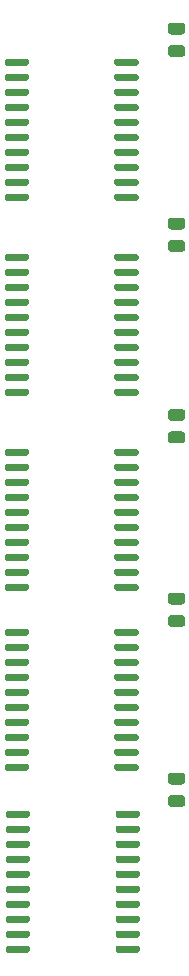
<source format=gbr>
%TF.GenerationSoftware,KiCad,Pcbnew,(5.1.9)-1*%
%TF.CreationDate,2021-03-22T20:32:08-05:00*%
%TF.ProjectId,Buffer board,42756666-6572-4206-926f-6172642e6b69,rev?*%
%TF.SameCoordinates,Original*%
%TF.FileFunction,Paste,Top*%
%TF.FilePolarity,Positive*%
%FSLAX46Y46*%
G04 Gerber Fmt 4.6, Leading zero omitted, Abs format (unit mm)*
G04 Created by KiCad (PCBNEW (5.1.9)-1) date 2021-03-22 20:32:08*
%MOMM*%
%LPD*%
G01*
G04 APERTURE LIST*
G04 APERTURE END LIST*
%TO.C,IC5*%
G36*
G01*
X119296600Y-140637400D02*
X119296600Y-140337400D01*
G75*
G02*
X119446600Y-140187400I150000J0D01*
G01*
X121196600Y-140187400D01*
G75*
G02*
X121346600Y-140337400I0J-150000D01*
G01*
X121346600Y-140637400D01*
G75*
G02*
X121196600Y-140787400I-150000J0D01*
G01*
X119446600Y-140787400D01*
G75*
G02*
X119296600Y-140637400I0J150000D01*
G01*
G37*
G36*
G01*
X119296600Y-141907400D02*
X119296600Y-141607400D01*
G75*
G02*
X119446600Y-141457400I150000J0D01*
G01*
X121196600Y-141457400D01*
G75*
G02*
X121346600Y-141607400I0J-150000D01*
G01*
X121346600Y-141907400D01*
G75*
G02*
X121196600Y-142057400I-150000J0D01*
G01*
X119446600Y-142057400D01*
G75*
G02*
X119296600Y-141907400I0J150000D01*
G01*
G37*
G36*
G01*
X119296600Y-143177400D02*
X119296600Y-142877400D01*
G75*
G02*
X119446600Y-142727400I150000J0D01*
G01*
X121196600Y-142727400D01*
G75*
G02*
X121346600Y-142877400I0J-150000D01*
G01*
X121346600Y-143177400D01*
G75*
G02*
X121196600Y-143327400I-150000J0D01*
G01*
X119446600Y-143327400D01*
G75*
G02*
X119296600Y-143177400I0J150000D01*
G01*
G37*
G36*
G01*
X119296600Y-144447400D02*
X119296600Y-144147400D01*
G75*
G02*
X119446600Y-143997400I150000J0D01*
G01*
X121196600Y-143997400D01*
G75*
G02*
X121346600Y-144147400I0J-150000D01*
G01*
X121346600Y-144447400D01*
G75*
G02*
X121196600Y-144597400I-150000J0D01*
G01*
X119446600Y-144597400D01*
G75*
G02*
X119296600Y-144447400I0J150000D01*
G01*
G37*
G36*
G01*
X119296600Y-145717400D02*
X119296600Y-145417400D01*
G75*
G02*
X119446600Y-145267400I150000J0D01*
G01*
X121196600Y-145267400D01*
G75*
G02*
X121346600Y-145417400I0J-150000D01*
G01*
X121346600Y-145717400D01*
G75*
G02*
X121196600Y-145867400I-150000J0D01*
G01*
X119446600Y-145867400D01*
G75*
G02*
X119296600Y-145717400I0J150000D01*
G01*
G37*
G36*
G01*
X119296600Y-146987400D02*
X119296600Y-146687400D01*
G75*
G02*
X119446600Y-146537400I150000J0D01*
G01*
X121196600Y-146537400D01*
G75*
G02*
X121346600Y-146687400I0J-150000D01*
G01*
X121346600Y-146987400D01*
G75*
G02*
X121196600Y-147137400I-150000J0D01*
G01*
X119446600Y-147137400D01*
G75*
G02*
X119296600Y-146987400I0J150000D01*
G01*
G37*
G36*
G01*
X119296600Y-148257400D02*
X119296600Y-147957400D01*
G75*
G02*
X119446600Y-147807400I150000J0D01*
G01*
X121196600Y-147807400D01*
G75*
G02*
X121346600Y-147957400I0J-150000D01*
G01*
X121346600Y-148257400D01*
G75*
G02*
X121196600Y-148407400I-150000J0D01*
G01*
X119446600Y-148407400D01*
G75*
G02*
X119296600Y-148257400I0J150000D01*
G01*
G37*
G36*
G01*
X119296600Y-149527400D02*
X119296600Y-149227400D01*
G75*
G02*
X119446600Y-149077400I150000J0D01*
G01*
X121196600Y-149077400D01*
G75*
G02*
X121346600Y-149227400I0J-150000D01*
G01*
X121346600Y-149527400D01*
G75*
G02*
X121196600Y-149677400I-150000J0D01*
G01*
X119446600Y-149677400D01*
G75*
G02*
X119296600Y-149527400I0J150000D01*
G01*
G37*
G36*
G01*
X119296600Y-150797400D02*
X119296600Y-150497400D01*
G75*
G02*
X119446600Y-150347400I150000J0D01*
G01*
X121196600Y-150347400D01*
G75*
G02*
X121346600Y-150497400I0J-150000D01*
G01*
X121346600Y-150797400D01*
G75*
G02*
X121196600Y-150947400I-150000J0D01*
G01*
X119446600Y-150947400D01*
G75*
G02*
X119296600Y-150797400I0J150000D01*
G01*
G37*
G36*
G01*
X119296600Y-152067400D02*
X119296600Y-151767400D01*
G75*
G02*
X119446600Y-151617400I150000J0D01*
G01*
X121196600Y-151617400D01*
G75*
G02*
X121346600Y-151767400I0J-150000D01*
G01*
X121346600Y-152067400D01*
G75*
G02*
X121196600Y-152217400I-150000J0D01*
G01*
X119446600Y-152217400D01*
G75*
G02*
X119296600Y-152067400I0J150000D01*
G01*
G37*
G36*
G01*
X109996600Y-152067400D02*
X109996600Y-151767400D01*
G75*
G02*
X110146600Y-151617400I150000J0D01*
G01*
X111896600Y-151617400D01*
G75*
G02*
X112046600Y-151767400I0J-150000D01*
G01*
X112046600Y-152067400D01*
G75*
G02*
X111896600Y-152217400I-150000J0D01*
G01*
X110146600Y-152217400D01*
G75*
G02*
X109996600Y-152067400I0J150000D01*
G01*
G37*
G36*
G01*
X109996600Y-150797400D02*
X109996600Y-150497400D01*
G75*
G02*
X110146600Y-150347400I150000J0D01*
G01*
X111896600Y-150347400D01*
G75*
G02*
X112046600Y-150497400I0J-150000D01*
G01*
X112046600Y-150797400D01*
G75*
G02*
X111896600Y-150947400I-150000J0D01*
G01*
X110146600Y-150947400D01*
G75*
G02*
X109996600Y-150797400I0J150000D01*
G01*
G37*
G36*
G01*
X109996600Y-149527400D02*
X109996600Y-149227400D01*
G75*
G02*
X110146600Y-149077400I150000J0D01*
G01*
X111896600Y-149077400D01*
G75*
G02*
X112046600Y-149227400I0J-150000D01*
G01*
X112046600Y-149527400D01*
G75*
G02*
X111896600Y-149677400I-150000J0D01*
G01*
X110146600Y-149677400D01*
G75*
G02*
X109996600Y-149527400I0J150000D01*
G01*
G37*
G36*
G01*
X109996600Y-148257400D02*
X109996600Y-147957400D01*
G75*
G02*
X110146600Y-147807400I150000J0D01*
G01*
X111896600Y-147807400D01*
G75*
G02*
X112046600Y-147957400I0J-150000D01*
G01*
X112046600Y-148257400D01*
G75*
G02*
X111896600Y-148407400I-150000J0D01*
G01*
X110146600Y-148407400D01*
G75*
G02*
X109996600Y-148257400I0J150000D01*
G01*
G37*
G36*
G01*
X109996600Y-146987400D02*
X109996600Y-146687400D01*
G75*
G02*
X110146600Y-146537400I150000J0D01*
G01*
X111896600Y-146537400D01*
G75*
G02*
X112046600Y-146687400I0J-150000D01*
G01*
X112046600Y-146987400D01*
G75*
G02*
X111896600Y-147137400I-150000J0D01*
G01*
X110146600Y-147137400D01*
G75*
G02*
X109996600Y-146987400I0J150000D01*
G01*
G37*
G36*
G01*
X109996600Y-145717400D02*
X109996600Y-145417400D01*
G75*
G02*
X110146600Y-145267400I150000J0D01*
G01*
X111896600Y-145267400D01*
G75*
G02*
X112046600Y-145417400I0J-150000D01*
G01*
X112046600Y-145717400D01*
G75*
G02*
X111896600Y-145867400I-150000J0D01*
G01*
X110146600Y-145867400D01*
G75*
G02*
X109996600Y-145717400I0J150000D01*
G01*
G37*
G36*
G01*
X109996600Y-144447400D02*
X109996600Y-144147400D01*
G75*
G02*
X110146600Y-143997400I150000J0D01*
G01*
X111896600Y-143997400D01*
G75*
G02*
X112046600Y-144147400I0J-150000D01*
G01*
X112046600Y-144447400D01*
G75*
G02*
X111896600Y-144597400I-150000J0D01*
G01*
X110146600Y-144597400D01*
G75*
G02*
X109996600Y-144447400I0J150000D01*
G01*
G37*
G36*
G01*
X109996600Y-143177400D02*
X109996600Y-142877400D01*
G75*
G02*
X110146600Y-142727400I150000J0D01*
G01*
X111896600Y-142727400D01*
G75*
G02*
X112046600Y-142877400I0J-150000D01*
G01*
X112046600Y-143177400D01*
G75*
G02*
X111896600Y-143327400I-150000J0D01*
G01*
X110146600Y-143327400D01*
G75*
G02*
X109996600Y-143177400I0J150000D01*
G01*
G37*
G36*
G01*
X109996600Y-141907400D02*
X109996600Y-141607400D01*
G75*
G02*
X110146600Y-141457400I150000J0D01*
G01*
X111896600Y-141457400D01*
G75*
G02*
X112046600Y-141607400I0J-150000D01*
G01*
X112046600Y-141907400D01*
G75*
G02*
X111896600Y-142057400I-150000J0D01*
G01*
X110146600Y-142057400D01*
G75*
G02*
X109996600Y-141907400I0J150000D01*
G01*
G37*
G36*
G01*
X109996600Y-140637400D02*
X109996600Y-140337400D01*
G75*
G02*
X110146600Y-140187400I150000J0D01*
G01*
X111896600Y-140187400D01*
G75*
G02*
X112046600Y-140337400I0J-150000D01*
G01*
X112046600Y-140637400D01*
G75*
G02*
X111896600Y-140787400I-150000J0D01*
G01*
X110146600Y-140787400D01*
G75*
G02*
X109996600Y-140637400I0J150000D01*
G01*
G37*
%TD*%
%TO.C,IC4*%
G36*
G01*
X119195000Y-125245000D02*
X119195000Y-124945000D01*
G75*
G02*
X119345000Y-124795000I150000J0D01*
G01*
X121095000Y-124795000D01*
G75*
G02*
X121245000Y-124945000I0J-150000D01*
G01*
X121245000Y-125245000D01*
G75*
G02*
X121095000Y-125395000I-150000J0D01*
G01*
X119345000Y-125395000D01*
G75*
G02*
X119195000Y-125245000I0J150000D01*
G01*
G37*
G36*
G01*
X119195000Y-126515000D02*
X119195000Y-126215000D01*
G75*
G02*
X119345000Y-126065000I150000J0D01*
G01*
X121095000Y-126065000D01*
G75*
G02*
X121245000Y-126215000I0J-150000D01*
G01*
X121245000Y-126515000D01*
G75*
G02*
X121095000Y-126665000I-150000J0D01*
G01*
X119345000Y-126665000D01*
G75*
G02*
X119195000Y-126515000I0J150000D01*
G01*
G37*
G36*
G01*
X119195000Y-127785000D02*
X119195000Y-127485000D01*
G75*
G02*
X119345000Y-127335000I150000J0D01*
G01*
X121095000Y-127335000D01*
G75*
G02*
X121245000Y-127485000I0J-150000D01*
G01*
X121245000Y-127785000D01*
G75*
G02*
X121095000Y-127935000I-150000J0D01*
G01*
X119345000Y-127935000D01*
G75*
G02*
X119195000Y-127785000I0J150000D01*
G01*
G37*
G36*
G01*
X119195000Y-129055000D02*
X119195000Y-128755000D01*
G75*
G02*
X119345000Y-128605000I150000J0D01*
G01*
X121095000Y-128605000D01*
G75*
G02*
X121245000Y-128755000I0J-150000D01*
G01*
X121245000Y-129055000D01*
G75*
G02*
X121095000Y-129205000I-150000J0D01*
G01*
X119345000Y-129205000D01*
G75*
G02*
X119195000Y-129055000I0J150000D01*
G01*
G37*
G36*
G01*
X119195000Y-130325000D02*
X119195000Y-130025000D01*
G75*
G02*
X119345000Y-129875000I150000J0D01*
G01*
X121095000Y-129875000D01*
G75*
G02*
X121245000Y-130025000I0J-150000D01*
G01*
X121245000Y-130325000D01*
G75*
G02*
X121095000Y-130475000I-150000J0D01*
G01*
X119345000Y-130475000D01*
G75*
G02*
X119195000Y-130325000I0J150000D01*
G01*
G37*
G36*
G01*
X119195000Y-131595000D02*
X119195000Y-131295000D01*
G75*
G02*
X119345000Y-131145000I150000J0D01*
G01*
X121095000Y-131145000D01*
G75*
G02*
X121245000Y-131295000I0J-150000D01*
G01*
X121245000Y-131595000D01*
G75*
G02*
X121095000Y-131745000I-150000J0D01*
G01*
X119345000Y-131745000D01*
G75*
G02*
X119195000Y-131595000I0J150000D01*
G01*
G37*
G36*
G01*
X119195000Y-132865000D02*
X119195000Y-132565000D01*
G75*
G02*
X119345000Y-132415000I150000J0D01*
G01*
X121095000Y-132415000D01*
G75*
G02*
X121245000Y-132565000I0J-150000D01*
G01*
X121245000Y-132865000D01*
G75*
G02*
X121095000Y-133015000I-150000J0D01*
G01*
X119345000Y-133015000D01*
G75*
G02*
X119195000Y-132865000I0J150000D01*
G01*
G37*
G36*
G01*
X119195000Y-134135000D02*
X119195000Y-133835000D01*
G75*
G02*
X119345000Y-133685000I150000J0D01*
G01*
X121095000Y-133685000D01*
G75*
G02*
X121245000Y-133835000I0J-150000D01*
G01*
X121245000Y-134135000D01*
G75*
G02*
X121095000Y-134285000I-150000J0D01*
G01*
X119345000Y-134285000D01*
G75*
G02*
X119195000Y-134135000I0J150000D01*
G01*
G37*
G36*
G01*
X119195000Y-135405000D02*
X119195000Y-135105000D01*
G75*
G02*
X119345000Y-134955000I150000J0D01*
G01*
X121095000Y-134955000D01*
G75*
G02*
X121245000Y-135105000I0J-150000D01*
G01*
X121245000Y-135405000D01*
G75*
G02*
X121095000Y-135555000I-150000J0D01*
G01*
X119345000Y-135555000D01*
G75*
G02*
X119195000Y-135405000I0J150000D01*
G01*
G37*
G36*
G01*
X119195000Y-136675000D02*
X119195000Y-136375000D01*
G75*
G02*
X119345000Y-136225000I150000J0D01*
G01*
X121095000Y-136225000D01*
G75*
G02*
X121245000Y-136375000I0J-150000D01*
G01*
X121245000Y-136675000D01*
G75*
G02*
X121095000Y-136825000I-150000J0D01*
G01*
X119345000Y-136825000D01*
G75*
G02*
X119195000Y-136675000I0J150000D01*
G01*
G37*
G36*
G01*
X109895000Y-136675000D02*
X109895000Y-136375000D01*
G75*
G02*
X110045000Y-136225000I150000J0D01*
G01*
X111795000Y-136225000D01*
G75*
G02*
X111945000Y-136375000I0J-150000D01*
G01*
X111945000Y-136675000D01*
G75*
G02*
X111795000Y-136825000I-150000J0D01*
G01*
X110045000Y-136825000D01*
G75*
G02*
X109895000Y-136675000I0J150000D01*
G01*
G37*
G36*
G01*
X109895000Y-135405000D02*
X109895000Y-135105000D01*
G75*
G02*
X110045000Y-134955000I150000J0D01*
G01*
X111795000Y-134955000D01*
G75*
G02*
X111945000Y-135105000I0J-150000D01*
G01*
X111945000Y-135405000D01*
G75*
G02*
X111795000Y-135555000I-150000J0D01*
G01*
X110045000Y-135555000D01*
G75*
G02*
X109895000Y-135405000I0J150000D01*
G01*
G37*
G36*
G01*
X109895000Y-134135000D02*
X109895000Y-133835000D01*
G75*
G02*
X110045000Y-133685000I150000J0D01*
G01*
X111795000Y-133685000D01*
G75*
G02*
X111945000Y-133835000I0J-150000D01*
G01*
X111945000Y-134135000D01*
G75*
G02*
X111795000Y-134285000I-150000J0D01*
G01*
X110045000Y-134285000D01*
G75*
G02*
X109895000Y-134135000I0J150000D01*
G01*
G37*
G36*
G01*
X109895000Y-132865000D02*
X109895000Y-132565000D01*
G75*
G02*
X110045000Y-132415000I150000J0D01*
G01*
X111795000Y-132415000D01*
G75*
G02*
X111945000Y-132565000I0J-150000D01*
G01*
X111945000Y-132865000D01*
G75*
G02*
X111795000Y-133015000I-150000J0D01*
G01*
X110045000Y-133015000D01*
G75*
G02*
X109895000Y-132865000I0J150000D01*
G01*
G37*
G36*
G01*
X109895000Y-131595000D02*
X109895000Y-131295000D01*
G75*
G02*
X110045000Y-131145000I150000J0D01*
G01*
X111795000Y-131145000D01*
G75*
G02*
X111945000Y-131295000I0J-150000D01*
G01*
X111945000Y-131595000D01*
G75*
G02*
X111795000Y-131745000I-150000J0D01*
G01*
X110045000Y-131745000D01*
G75*
G02*
X109895000Y-131595000I0J150000D01*
G01*
G37*
G36*
G01*
X109895000Y-130325000D02*
X109895000Y-130025000D01*
G75*
G02*
X110045000Y-129875000I150000J0D01*
G01*
X111795000Y-129875000D01*
G75*
G02*
X111945000Y-130025000I0J-150000D01*
G01*
X111945000Y-130325000D01*
G75*
G02*
X111795000Y-130475000I-150000J0D01*
G01*
X110045000Y-130475000D01*
G75*
G02*
X109895000Y-130325000I0J150000D01*
G01*
G37*
G36*
G01*
X109895000Y-129055000D02*
X109895000Y-128755000D01*
G75*
G02*
X110045000Y-128605000I150000J0D01*
G01*
X111795000Y-128605000D01*
G75*
G02*
X111945000Y-128755000I0J-150000D01*
G01*
X111945000Y-129055000D01*
G75*
G02*
X111795000Y-129205000I-150000J0D01*
G01*
X110045000Y-129205000D01*
G75*
G02*
X109895000Y-129055000I0J150000D01*
G01*
G37*
G36*
G01*
X109895000Y-127785000D02*
X109895000Y-127485000D01*
G75*
G02*
X110045000Y-127335000I150000J0D01*
G01*
X111795000Y-127335000D01*
G75*
G02*
X111945000Y-127485000I0J-150000D01*
G01*
X111945000Y-127785000D01*
G75*
G02*
X111795000Y-127935000I-150000J0D01*
G01*
X110045000Y-127935000D01*
G75*
G02*
X109895000Y-127785000I0J150000D01*
G01*
G37*
G36*
G01*
X109895000Y-126515000D02*
X109895000Y-126215000D01*
G75*
G02*
X110045000Y-126065000I150000J0D01*
G01*
X111795000Y-126065000D01*
G75*
G02*
X111945000Y-126215000I0J-150000D01*
G01*
X111945000Y-126515000D01*
G75*
G02*
X111795000Y-126665000I-150000J0D01*
G01*
X110045000Y-126665000D01*
G75*
G02*
X109895000Y-126515000I0J150000D01*
G01*
G37*
G36*
G01*
X109895000Y-125245000D02*
X109895000Y-124945000D01*
G75*
G02*
X110045000Y-124795000I150000J0D01*
G01*
X111795000Y-124795000D01*
G75*
G02*
X111945000Y-124945000I0J-150000D01*
G01*
X111945000Y-125245000D01*
G75*
G02*
X111795000Y-125395000I-150000J0D01*
G01*
X110045000Y-125395000D01*
G75*
G02*
X109895000Y-125245000I0J150000D01*
G01*
G37*
%TD*%
%TO.C,IC3*%
G36*
G01*
X119195000Y-110005000D02*
X119195000Y-109705000D01*
G75*
G02*
X119345000Y-109555000I150000J0D01*
G01*
X121095000Y-109555000D01*
G75*
G02*
X121245000Y-109705000I0J-150000D01*
G01*
X121245000Y-110005000D01*
G75*
G02*
X121095000Y-110155000I-150000J0D01*
G01*
X119345000Y-110155000D01*
G75*
G02*
X119195000Y-110005000I0J150000D01*
G01*
G37*
G36*
G01*
X119195000Y-111275000D02*
X119195000Y-110975000D01*
G75*
G02*
X119345000Y-110825000I150000J0D01*
G01*
X121095000Y-110825000D01*
G75*
G02*
X121245000Y-110975000I0J-150000D01*
G01*
X121245000Y-111275000D01*
G75*
G02*
X121095000Y-111425000I-150000J0D01*
G01*
X119345000Y-111425000D01*
G75*
G02*
X119195000Y-111275000I0J150000D01*
G01*
G37*
G36*
G01*
X119195000Y-112545000D02*
X119195000Y-112245000D01*
G75*
G02*
X119345000Y-112095000I150000J0D01*
G01*
X121095000Y-112095000D01*
G75*
G02*
X121245000Y-112245000I0J-150000D01*
G01*
X121245000Y-112545000D01*
G75*
G02*
X121095000Y-112695000I-150000J0D01*
G01*
X119345000Y-112695000D01*
G75*
G02*
X119195000Y-112545000I0J150000D01*
G01*
G37*
G36*
G01*
X119195000Y-113815000D02*
X119195000Y-113515000D01*
G75*
G02*
X119345000Y-113365000I150000J0D01*
G01*
X121095000Y-113365000D01*
G75*
G02*
X121245000Y-113515000I0J-150000D01*
G01*
X121245000Y-113815000D01*
G75*
G02*
X121095000Y-113965000I-150000J0D01*
G01*
X119345000Y-113965000D01*
G75*
G02*
X119195000Y-113815000I0J150000D01*
G01*
G37*
G36*
G01*
X119195000Y-115085000D02*
X119195000Y-114785000D01*
G75*
G02*
X119345000Y-114635000I150000J0D01*
G01*
X121095000Y-114635000D01*
G75*
G02*
X121245000Y-114785000I0J-150000D01*
G01*
X121245000Y-115085000D01*
G75*
G02*
X121095000Y-115235000I-150000J0D01*
G01*
X119345000Y-115235000D01*
G75*
G02*
X119195000Y-115085000I0J150000D01*
G01*
G37*
G36*
G01*
X119195000Y-116355000D02*
X119195000Y-116055000D01*
G75*
G02*
X119345000Y-115905000I150000J0D01*
G01*
X121095000Y-115905000D01*
G75*
G02*
X121245000Y-116055000I0J-150000D01*
G01*
X121245000Y-116355000D01*
G75*
G02*
X121095000Y-116505000I-150000J0D01*
G01*
X119345000Y-116505000D01*
G75*
G02*
X119195000Y-116355000I0J150000D01*
G01*
G37*
G36*
G01*
X119195000Y-117625000D02*
X119195000Y-117325000D01*
G75*
G02*
X119345000Y-117175000I150000J0D01*
G01*
X121095000Y-117175000D01*
G75*
G02*
X121245000Y-117325000I0J-150000D01*
G01*
X121245000Y-117625000D01*
G75*
G02*
X121095000Y-117775000I-150000J0D01*
G01*
X119345000Y-117775000D01*
G75*
G02*
X119195000Y-117625000I0J150000D01*
G01*
G37*
G36*
G01*
X119195000Y-118895000D02*
X119195000Y-118595000D01*
G75*
G02*
X119345000Y-118445000I150000J0D01*
G01*
X121095000Y-118445000D01*
G75*
G02*
X121245000Y-118595000I0J-150000D01*
G01*
X121245000Y-118895000D01*
G75*
G02*
X121095000Y-119045000I-150000J0D01*
G01*
X119345000Y-119045000D01*
G75*
G02*
X119195000Y-118895000I0J150000D01*
G01*
G37*
G36*
G01*
X119195000Y-120165000D02*
X119195000Y-119865000D01*
G75*
G02*
X119345000Y-119715000I150000J0D01*
G01*
X121095000Y-119715000D01*
G75*
G02*
X121245000Y-119865000I0J-150000D01*
G01*
X121245000Y-120165000D01*
G75*
G02*
X121095000Y-120315000I-150000J0D01*
G01*
X119345000Y-120315000D01*
G75*
G02*
X119195000Y-120165000I0J150000D01*
G01*
G37*
G36*
G01*
X119195000Y-121435000D02*
X119195000Y-121135000D01*
G75*
G02*
X119345000Y-120985000I150000J0D01*
G01*
X121095000Y-120985000D01*
G75*
G02*
X121245000Y-121135000I0J-150000D01*
G01*
X121245000Y-121435000D01*
G75*
G02*
X121095000Y-121585000I-150000J0D01*
G01*
X119345000Y-121585000D01*
G75*
G02*
X119195000Y-121435000I0J150000D01*
G01*
G37*
G36*
G01*
X109895000Y-121435000D02*
X109895000Y-121135000D01*
G75*
G02*
X110045000Y-120985000I150000J0D01*
G01*
X111795000Y-120985000D01*
G75*
G02*
X111945000Y-121135000I0J-150000D01*
G01*
X111945000Y-121435000D01*
G75*
G02*
X111795000Y-121585000I-150000J0D01*
G01*
X110045000Y-121585000D01*
G75*
G02*
X109895000Y-121435000I0J150000D01*
G01*
G37*
G36*
G01*
X109895000Y-120165000D02*
X109895000Y-119865000D01*
G75*
G02*
X110045000Y-119715000I150000J0D01*
G01*
X111795000Y-119715000D01*
G75*
G02*
X111945000Y-119865000I0J-150000D01*
G01*
X111945000Y-120165000D01*
G75*
G02*
X111795000Y-120315000I-150000J0D01*
G01*
X110045000Y-120315000D01*
G75*
G02*
X109895000Y-120165000I0J150000D01*
G01*
G37*
G36*
G01*
X109895000Y-118895000D02*
X109895000Y-118595000D01*
G75*
G02*
X110045000Y-118445000I150000J0D01*
G01*
X111795000Y-118445000D01*
G75*
G02*
X111945000Y-118595000I0J-150000D01*
G01*
X111945000Y-118895000D01*
G75*
G02*
X111795000Y-119045000I-150000J0D01*
G01*
X110045000Y-119045000D01*
G75*
G02*
X109895000Y-118895000I0J150000D01*
G01*
G37*
G36*
G01*
X109895000Y-117625000D02*
X109895000Y-117325000D01*
G75*
G02*
X110045000Y-117175000I150000J0D01*
G01*
X111795000Y-117175000D01*
G75*
G02*
X111945000Y-117325000I0J-150000D01*
G01*
X111945000Y-117625000D01*
G75*
G02*
X111795000Y-117775000I-150000J0D01*
G01*
X110045000Y-117775000D01*
G75*
G02*
X109895000Y-117625000I0J150000D01*
G01*
G37*
G36*
G01*
X109895000Y-116355000D02*
X109895000Y-116055000D01*
G75*
G02*
X110045000Y-115905000I150000J0D01*
G01*
X111795000Y-115905000D01*
G75*
G02*
X111945000Y-116055000I0J-150000D01*
G01*
X111945000Y-116355000D01*
G75*
G02*
X111795000Y-116505000I-150000J0D01*
G01*
X110045000Y-116505000D01*
G75*
G02*
X109895000Y-116355000I0J150000D01*
G01*
G37*
G36*
G01*
X109895000Y-115085000D02*
X109895000Y-114785000D01*
G75*
G02*
X110045000Y-114635000I150000J0D01*
G01*
X111795000Y-114635000D01*
G75*
G02*
X111945000Y-114785000I0J-150000D01*
G01*
X111945000Y-115085000D01*
G75*
G02*
X111795000Y-115235000I-150000J0D01*
G01*
X110045000Y-115235000D01*
G75*
G02*
X109895000Y-115085000I0J150000D01*
G01*
G37*
G36*
G01*
X109895000Y-113815000D02*
X109895000Y-113515000D01*
G75*
G02*
X110045000Y-113365000I150000J0D01*
G01*
X111795000Y-113365000D01*
G75*
G02*
X111945000Y-113515000I0J-150000D01*
G01*
X111945000Y-113815000D01*
G75*
G02*
X111795000Y-113965000I-150000J0D01*
G01*
X110045000Y-113965000D01*
G75*
G02*
X109895000Y-113815000I0J150000D01*
G01*
G37*
G36*
G01*
X109895000Y-112545000D02*
X109895000Y-112245000D01*
G75*
G02*
X110045000Y-112095000I150000J0D01*
G01*
X111795000Y-112095000D01*
G75*
G02*
X111945000Y-112245000I0J-150000D01*
G01*
X111945000Y-112545000D01*
G75*
G02*
X111795000Y-112695000I-150000J0D01*
G01*
X110045000Y-112695000D01*
G75*
G02*
X109895000Y-112545000I0J150000D01*
G01*
G37*
G36*
G01*
X109895000Y-111275000D02*
X109895000Y-110975000D01*
G75*
G02*
X110045000Y-110825000I150000J0D01*
G01*
X111795000Y-110825000D01*
G75*
G02*
X111945000Y-110975000I0J-150000D01*
G01*
X111945000Y-111275000D01*
G75*
G02*
X111795000Y-111425000I-150000J0D01*
G01*
X110045000Y-111425000D01*
G75*
G02*
X109895000Y-111275000I0J150000D01*
G01*
G37*
G36*
G01*
X109895000Y-110005000D02*
X109895000Y-109705000D01*
G75*
G02*
X110045000Y-109555000I150000J0D01*
G01*
X111795000Y-109555000D01*
G75*
G02*
X111945000Y-109705000I0J-150000D01*
G01*
X111945000Y-110005000D01*
G75*
G02*
X111795000Y-110155000I-150000J0D01*
G01*
X110045000Y-110155000D01*
G75*
G02*
X109895000Y-110005000I0J150000D01*
G01*
G37*
%TD*%
%TO.C,IC2*%
G36*
G01*
X119195000Y-93495000D02*
X119195000Y-93195000D01*
G75*
G02*
X119345000Y-93045000I150000J0D01*
G01*
X121095000Y-93045000D01*
G75*
G02*
X121245000Y-93195000I0J-150000D01*
G01*
X121245000Y-93495000D01*
G75*
G02*
X121095000Y-93645000I-150000J0D01*
G01*
X119345000Y-93645000D01*
G75*
G02*
X119195000Y-93495000I0J150000D01*
G01*
G37*
G36*
G01*
X119195000Y-94765000D02*
X119195000Y-94465000D01*
G75*
G02*
X119345000Y-94315000I150000J0D01*
G01*
X121095000Y-94315000D01*
G75*
G02*
X121245000Y-94465000I0J-150000D01*
G01*
X121245000Y-94765000D01*
G75*
G02*
X121095000Y-94915000I-150000J0D01*
G01*
X119345000Y-94915000D01*
G75*
G02*
X119195000Y-94765000I0J150000D01*
G01*
G37*
G36*
G01*
X119195000Y-96035000D02*
X119195000Y-95735000D01*
G75*
G02*
X119345000Y-95585000I150000J0D01*
G01*
X121095000Y-95585000D01*
G75*
G02*
X121245000Y-95735000I0J-150000D01*
G01*
X121245000Y-96035000D01*
G75*
G02*
X121095000Y-96185000I-150000J0D01*
G01*
X119345000Y-96185000D01*
G75*
G02*
X119195000Y-96035000I0J150000D01*
G01*
G37*
G36*
G01*
X119195000Y-97305000D02*
X119195000Y-97005000D01*
G75*
G02*
X119345000Y-96855000I150000J0D01*
G01*
X121095000Y-96855000D01*
G75*
G02*
X121245000Y-97005000I0J-150000D01*
G01*
X121245000Y-97305000D01*
G75*
G02*
X121095000Y-97455000I-150000J0D01*
G01*
X119345000Y-97455000D01*
G75*
G02*
X119195000Y-97305000I0J150000D01*
G01*
G37*
G36*
G01*
X119195000Y-98575000D02*
X119195000Y-98275000D01*
G75*
G02*
X119345000Y-98125000I150000J0D01*
G01*
X121095000Y-98125000D01*
G75*
G02*
X121245000Y-98275000I0J-150000D01*
G01*
X121245000Y-98575000D01*
G75*
G02*
X121095000Y-98725000I-150000J0D01*
G01*
X119345000Y-98725000D01*
G75*
G02*
X119195000Y-98575000I0J150000D01*
G01*
G37*
G36*
G01*
X119195000Y-99845000D02*
X119195000Y-99545000D01*
G75*
G02*
X119345000Y-99395000I150000J0D01*
G01*
X121095000Y-99395000D01*
G75*
G02*
X121245000Y-99545000I0J-150000D01*
G01*
X121245000Y-99845000D01*
G75*
G02*
X121095000Y-99995000I-150000J0D01*
G01*
X119345000Y-99995000D01*
G75*
G02*
X119195000Y-99845000I0J150000D01*
G01*
G37*
G36*
G01*
X119195000Y-101115000D02*
X119195000Y-100815000D01*
G75*
G02*
X119345000Y-100665000I150000J0D01*
G01*
X121095000Y-100665000D01*
G75*
G02*
X121245000Y-100815000I0J-150000D01*
G01*
X121245000Y-101115000D01*
G75*
G02*
X121095000Y-101265000I-150000J0D01*
G01*
X119345000Y-101265000D01*
G75*
G02*
X119195000Y-101115000I0J150000D01*
G01*
G37*
G36*
G01*
X119195000Y-102385000D02*
X119195000Y-102085000D01*
G75*
G02*
X119345000Y-101935000I150000J0D01*
G01*
X121095000Y-101935000D01*
G75*
G02*
X121245000Y-102085000I0J-150000D01*
G01*
X121245000Y-102385000D01*
G75*
G02*
X121095000Y-102535000I-150000J0D01*
G01*
X119345000Y-102535000D01*
G75*
G02*
X119195000Y-102385000I0J150000D01*
G01*
G37*
G36*
G01*
X119195000Y-103655000D02*
X119195000Y-103355000D01*
G75*
G02*
X119345000Y-103205000I150000J0D01*
G01*
X121095000Y-103205000D01*
G75*
G02*
X121245000Y-103355000I0J-150000D01*
G01*
X121245000Y-103655000D01*
G75*
G02*
X121095000Y-103805000I-150000J0D01*
G01*
X119345000Y-103805000D01*
G75*
G02*
X119195000Y-103655000I0J150000D01*
G01*
G37*
G36*
G01*
X119195000Y-104925000D02*
X119195000Y-104625000D01*
G75*
G02*
X119345000Y-104475000I150000J0D01*
G01*
X121095000Y-104475000D01*
G75*
G02*
X121245000Y-104625000I0J-150000D01*
G01*
X121245000Y-104925000D01*
G75*
G02*
X121095000Y-105075000I-150000J0D01*
G01*
X119345000Y-105075000D01*
G75*
G02*
X119195000Y-104925000I0J150000D01*
G01*
G37*
G36*
G01*
X109895000Y-104925000D02*
X109895000Y-104625000D01*
G75*
G02*
X110045000Y-104475000I150000J0D01*
G01*
X111795000Y-104475000D01*
G75*
G02*
X111945000Y-104625000I0J-150000D01*
G01*
X111945000Y-104925000D01*
G75*
G02*
X111795000Y-105075000I-150000J0D01*
G01*
X110045000Y-105075000D01*
G75*
G02*
X109895000Y-104925000I0J150000D01*
G01*
G37*
G36*
G01*
X109895000Y-103655000D02*
X109895000Y-103355000D01*
G75*
G02*
X110045000Y-103205000I150000J0D01*
G01*
X111795000Y-103205000D01*
G75*
G02*
X111945000Y-103355000I0J-150000D01*
G01*
X111945000Y-103655000D01*
G75*
G02*
X111795000Y-103805000I-150000J0D01*
G01*
X110045000Y-103805000D01*
G75*
G02*
X109895000Y-103655000I0J150000D01*
G01*
G37*
G36*
G01*
X109895000Y-102385000D02*
X109895000Y-102085000D01*
G75*
G02*
X110045000Y-101935000I150000J0D01*
G01*
X111795000Y-101935000D01*
G75*
G02*
X111945000Y-102085000I0J-150000D01*
G01*
X111945000Y-102385000D01*
G75*
G02*
X111795000Y-102535000I-150000J0D01*
G01*
X110045000Y-102535000D01*
G75*
G02*
X109895000Y-102385000I0J150000D01*
G01*
G37*
G36*
G01*
X109895000Y-101115000D02*
X109895000Y-100815000D01*
G75*
G02*
X110045000Y-100665000I150000J0D01*
G01*
X111795000Y-100665000D01*
G75*
G02*
X111945000Y-100815000I0J-150000D01*
G01*
X111945000Y-101115000D01*
G75*
G02*
X111795000Y-101265000I-150000J0D01*
G01*
X110045000Y-101265000D01*
G75*
G02*
X109895000Y-101115000I0J150000D01*
G01*
G37*
G36*
G01*
X109895000Y-99845000D02*
X109895000Y-99545000D01*
G75*
G02*
X110045000Y-99395000I150000J0D01*
G01*
X111795000Y-99395000D01*
G75*
G02*
X111945000Y-99545000I0J-150000D01*
G01*
X111945000Y-99845000D01*
G75*
G02*
X111795000Y-99995000I-150000J0D01*
G01*
X110045000Y-99995000D01*
G75*
G02*
X109895000Y-99845000I0J150000D01*
G01*
G37*
G36*
G01*
X109895000Y-98575000D02*
X109895000Y-98275000D01*
G75*
G02*
X110045000Y-98125000I150000J0D01*
G01*
X111795000Y-98125000D01*
G75*
G02*
X111945000Y-98275000I0J-150000D01*
G01*
X111945000Y-98575000D01*
G75*
G02*
X111795000Y-98725000I-150000J0D01*
G01*
X110045000Y-98725000D01*
G75*
G02*
X109895000Y-98575000I0J150000D01*
G01*
G37*
G36*
G01*
X109895000Y-97305000D02*
X109895000Y-97005000D01*
G75*
G02*
X110045000Y-96855000I150000J0D01*
G01*
X111795000Y-96855000D01*
G75*
G02*
X111945000Y-97005000I0J-150000D01*
G01*
X111945000Y-97305000D01*
G75*
G02*
X111795000Y-97455000I-150000J0D01*
G01*
X110045000Y-97455000D01*
G75*
G02*
X109895000Y-97305000I0J150000D01*
G01*
G37*
G36*
G01*
X109895000Y-96035000D02*
X109895000Y-95735000D01*
G75*
G02*
X110045000Y-95585000I150000J0D01*
G01*
X111795000Y-95585000D01*
G75*
G02*
X111945000Y-95735000I0J-150000D01*
G01*
X111945000Y-96035000D01*
G75*
G02*
X111795000Y-96185000I-150000J0D01*
G01*
X110045000Y-96185000D01*
G75*
G02*
X109895000Y-96035000I0J150000D01*
G01*
G37*
G36*
G01*
X109895000Y-94765000D02*
X109895000Y-94465000D01*
G75*
G02*
X110045000Y-94315000I150000J0D01*
G01*
X111795000Y-94315000D01*
G75*
G02*
X111945000Y-94465000I0J-150000D01*
G01*
X111945000Y-94765000D01*
G75*
G02*
X111795000Y-94915000I-150000J0D01*
G01*
X110045000Y-94915000D01*
G75*
G02*
X109895000Y-94765000I0J150000D01*
G01*
G37*
G36*
G01*
X109895000Y-93495000D02*
X109895000Y-93195000D01*
G75*
G02*
X110045000Y-93045000I150000J0D01*
G01*
X111795000Y-93045000D01*
G75*
G02*
X111945000Y-93195000I0J-150000D01*
G01*
X111945000Y-93495000D01*
G75*
G02*
X111795000Y-93645000I-150000J0D01*
G01*
X110045000Y-93645000D01*
G75*
G02*
X109895000Y-93495000I0J150000D01*
G01*
G37*
%TD*%
%TO.C,IC1*%
G36*
G01*
X119195000Y-76985000D02*
X119195000Y-76685000D01*
G75*
G02*
X119345000Y-76535000I150000J0D01*
G01*
X121095000Y-76535000D01*
G75*
G02*
X121245000Y-76685000I0J-150000D01*
G01*
X121245000Y-76985000D01*
G75*
G02*
X121095000Y-77135000I-150000J0D01*
G01*
X119345000Y-77135000D01*
G75*
G02*
X119195000Y-76985000I0J150000D01*
G01*
G37*
G36*
G01*
X119195000Y-78255000D02*
X119195000Y-77955000D01*
G75*
G02*
X119345000Y-77805000I150000J0D01*
G01*
X121095000Y-77805000D01*
G75*
G02*
X121245000Y-77955000I0J-150000D01*
G01*
X121245000Y-78255000D01*
G75*
G02*
X121095000Y-78405000I-150000J0D01*
G01*
X119345000Y-78405000D01*
G75*
G02*
X119195000Y-78255000I0J150000D01*
G01*
G37*
G36*
G01*
X119195000Y-79525000D02*
X119195000Y-79225000D01*
G75*
G02*
X119345000Y-79075000I150000J0D01*
G01*
X121095000Y-79075000D01*
G75*
G02*
X121245000Y-79225000I0J-150000D01*
G01*
X121245000Y-79525000D01*
G75*
G02*
X121095000Y-79675000I-150000J0D01*
G01*
X119345000Y-79675000D01*
G75*
G02*
X119195000Y-79525000I0J150000D01*
G01*
G37*
G36*
G01*
X119195000Y-80795000D02*
X119195000Y-80495000D01*
G75*
G02*
X119345000Y-80345000I150000J0D01*
G01*
X121095000Y-80345000D01*
G75*
G02*
X121245000Y-80495000I0J-150000D01*
G01*
X121245000Y-80795000D01*
G75*
G02*
X121095000Y-80945000I-150000J0D01*
G01*
X119345000Y-80945000D01*
G75*
G02*
X119195000Y-80795000I0J150000D01*
G01*
G37*
G36*
G01*
X119195000Y-82065000D02*
X119195000Y-81765000D01*
G75*
G02*
X119345000Y-81615000I150000J0D01*
G01*
X121095000Y-81615000D01*
G75*
G02*
X121245000Y-81765000I0J-150000D01*
G01*
X121245000Y-82065000D01*
G75*
G02*
X121095000Y-82215000I-150000J0D01*
G01*
X119345000Y-82215000D01*
G75*
G02*
X119195000Y-82065000I0J150000D01*
G01*
G37*
G36*
G01*
X119195000Y-83335000D02*
X119195000Y-83035000D01*
G75*
G02*
X119345000Y-82885000I150000J0D01*
G01*
X121095000Y-82885000D01*
G75*
G02*
X121245000Y-83035000I0J-150000D01*
G01*
X121245000Y-83335000D01*
G75*
G02*
X121095000Y-83485000I-150000J0D01*
G01*
X119345000Y-83485000D01*
G75*
G02*
X119195000Y-83335000I0J150000D01*
G01*
G37*
G36*
G01*
X119195000Y-84605000D02*
X119195000Y-84305000D01*
G75*
G02*
X119345000Y-84155000I150000J0D01*
G01*
X121095000Y-84155000D01*
G75*
G02*
X121245000Y-84305000I0J-150000D01*
G01*
X121245000Y-84605000D01*
G75*
G02*
X121095000Y-84755000I-150000J0D01*
G01*
X119345000Y-84755000D01*
G75*
G02*
X119195000Y-84605000I0J150000D01*
G01*
G37*
G36*
G01*
X119195000Y-85875000D02*
X119195000Y-85575000D01*
G75*
G02*
X119345000Y-85425000I150000J0D01*
G01*
X121095000Y-85425000D01*
G75*
G02*
X121245000Y-85575000I0J-150000D01*
G01*
X121245000Y-85875000D01*
G75*
G02*
X121095000Y-86025000I-150000J0D01*
G01*
X119345000Y-86025000D01*
G75*
G02*
X119195000Y-85875000I0J150000D01*
G01*
G37*
G36*
G01*
X119195000Y-87145000D02*
X119195000Y-86845000D01*
G75*
G02*
X119345000Y-86695000I150000J0D01*
G01*
X121095000Y-86695000D01*
G75*
G02*
X121245000Y-86845000I0J-150000D01*
G01*
X121245000Y-87145000D01*
G75*
G02*
X121095000Y-87295000I-150000J0D01*
G01*
X119345000Y-87295000D01*
G75*
G02*
X119195000Y-87145000I0J150000D01*
G01*
G37*
G36*
G01*
X119195000Y-88415000D02*
X119195000Y-88115000D01*
G75*
G02*
X119345000Y-87965000I150000J0D01*
G01*
X121095000Y-87965000D01*
G75*
G02*
X121245000Y-88115000I0J-150000D01*
G01*
X121245000Y-88415000D01*
G75*
G02*
X121095000Y-88565000I-150000J0D01*
G01*
X119345000Y-88565000D01*
G75*
G02*
X119195000Y-88415000I0J150000D01*
G01*
G37*
G36*
G01*
X109895000Y-88415000D02*
X109895000Y-88115000D01*
G75*
G02*
X110045000Y-87965000I150000J0D01*
G01*
X111795000Y-87965000D01*
G75*
G02*
X111945000Y-88115000I0J-150000D01*
G01*
X111945000Y-88415000D01*
G75*
G02*
X111795000Y-88565000I-150000J0D01*
G01*
X110045000Y-88565000D01*
G75*
G02*
X109895000Y-88415000I0J150000D01*
G01*
G37*
G36*
G01*
X109895000Y-87145000D02*
X109895000Y-86845000D01*
G75*
G02*
X110045000Y-86695000I150000J0D01*
G01*
X111795000Y-86695000D01*
G75*
G02*
X111945000Y-86845000I0J-150000D01*
G01*
X111945000Y-87145000D01*
G75*
G02*
X111795000Y-87295000I-150000J0D01*
G01*
X110045000Y-87295000D01*
G75*
G02*
X109895000Y-87145000I0J150000D01*
G01*
G37*
G36*
G01*
X109895000Y-85875000D02*
X109895000Y-85575000D01*
G75*
G02*
X110045000Y-85425000I150000J0D01*
G01*
X111795000Y-85425000D01*
G75*
G02*
X111945000Y-85575000I0J-150000D01*
G01*
X111945000Y-85875000D01*
G75*
G02*
X111795000Y-86025000I-150000J0D01*
G01*
X110045000Y-86025000D01*
G75*
G02*
X109895000Y-85875000I0J150000D01*
G01*
G37*
G36*
G01*
X109895000Y-84605000D02*
X109895000Y-84305000D01*
G75*
G02*
X110045000Y-84155000I150000J0D01*
G01*
X111795000Y-84155000D01*
G75*
G02*
X111945000Y-84305000I0J-150000D01*
G01*
X111945000Y-84605000D01*
G75*
G02*
X111795000Y-84755000I-150000J0D01*
G01*
X110045000Y-84755000D01*
G75*
G02*
X109895000Y-84605000I0J150000D01*
G01*
G37*
G36*
G01*
X109895000Y-83335000D02*
X109895000Y-83035000D01*
G75*
G02*
X110045000Y-82885000I150000J0D01*
G01*
X111795000Y-82885000D01*
G75*
G02*
X111945000Y-83035000I0J-150000D01*
G01*
X111945000Y-83335000D01*
G75*
G02*
X111795000Y-83485000I-150000J0D01*
G01*
X110045000Y-83485000D01*
G75*
G02*
X109895000Y-83335000I0J150000D01*
G01*
G37*
G36*
G01*
X109895000Y-82065000D02*
X109895000Y-81765000D01*
G75*
G02*
X110045000Y-81615000I150000J0D01*
G01*
X111795000Y-81615000D01*
G75*
G02*
X111945000Y-81765000I0J-150000D01*
G01*
X111945000Y-82065000D01*
G75*
G02*
X111795000Y-82215000I-150000J0D01*
G01*
X110045000Y-82215000D01*
G75*
G02*
X109895000Y-82065000I0J150000D01*
G01*
G37*
G36*
G01*
X109895000Y-80795000D02*
X109895000Y-80495000D01*
G75*
G02*
X110045000Y-80345000I150000J0D01*
G01*
X111795000Y-80345000D01*
G75*
G02*
X111945000Y-80495000I0J-150000D01*
G01*
X111945000Y-80795000D01*
G75*
G02*
X111795000Y-80945000I-150000J0D01*
G01*
X110045000Y-80945000D01*
G75*
G02*
X109895000Y-80795000I0J150000D01*
G01*
G37*
G36*
G01*
X109895000Y-79525000D02*
X109895000Y-79225000D01*
G75*
G02*
X110045000Y-79075000I150000J0D01*
G01*
X111795000Y-79075000D01*
G75*
G02*
X111945000Y-79225000I0J-150000D01*
G01*
X111945000Y-79525000D01*
G75*
G02*
X111795000Y-79675000I-150000J0D01*
G01*
X110045000Y-79675000D01*
G75*
G02*
X109895000Y-79525000I0J150000D01*
G01*
G37*
G36*
G01*
X109895000Y-78255000D02*
X109895000Y-77955000D01*
G75*
G02*
X110045000Y-77805000I150000J0D01*
G01*
X111795000Y-77805000D01*
G75*
G02*
X111945000Y-77955000I0J-150000D01*
G01*
X111945000Y-78255000D01*
G75*
G02*
X111795000Y-78405000I-150000J0D01*
G01*
X110045000Y-78405000D01*
G75*
G02*
X109895000Y-78255000I0J150000D01*
G01*
G37*
G36*
G01*
X109895000Y-76985000D02*
X109895000Y-76685000D01*
G75*
G02*
X110045000Y-76535000I150000J0D01*
G01*
X111795000Y-76535000D01*
G75*
G02*
X111945000Y-76685000I0J-150000D01*
G01*
X111945000Y-76985000D01*
G75*
G02*
X111795000Y-77135000I-150000J0D01*
G01*
X110045000Y-77135000D01*
G75*
G02*
X109895000Y-76985000I0J150000D01*
G01*
G37*
%TD*%
%TO.C,C5*%
G36*
G01*
X123985000Y-138880000D02*
X124935000Y-138880000D01*
G75*
G02*
X125185000Y-139130000I0J-250000D01*
G01*
X125185000Y-139630000D01*
G75*
G02*
X124935000Y-139880000I-250000J0D01*
G01*
X123985000Y-139880000D01*
G75*
G02*
X123735000Y-139630000I0J250000D01*
G01*
X123735000Y-139130000D01*
G75*
G02*
X123985000Y-138880000I250000J0D01*
G01*
G37*
G36*
G01*
X123985000Y-136980000D02*
X124935000Y-136980000D01*
G75*
G02*
X125185000Y-137230000I0J-250000D01*
G01*
X125185000Y-137730000D01*
G75*
G02*
X124935000Y-137980000I-250000J0D01*
G01*
X123985000Y-137980000D01*
G75*
G02*
X123735000Y-137730000I0J250000D01*
G01*
X123735000Y-137230000D01*
G75*
G02*
X123985000Y-136980000I250000J0D01*
G01*
G37*
%TD*%
%TO.C,C4*%
G36*
G01*
X123985000Y-123640000D02*
X124935000Y-123640000D01*
G75*
G02*
X125185000Y-123890000I0J-250000D01*
G01*
X125185000Y-124390000D01*
G75*
G02*
X124935000Y-124640000I-250000J0D01*
G01*
X123985000Y-124640000D01*
G75*
G02*
X123735000Y-124390000I0J250000D01*
G01*
X123735000Y-123890000D01*
G75*
G02*
X123985000Y-123640000I250000J0D01*
G01*
G37*
G36*
G01*
X123985000Y-121740000D02*
X124935000Y-121740000D01*
G75*
G02*
X125185000Y-121990000I0J-250000D01*
G01*
X125185000Y-122490000D01*
G75*
G02*
X124935000Y-122740000I-250000J0D01*
G01*
X123985000Y-122740000D01*
G75*
G02*
X123735000Y-122490000I0J250000D01*
G01*
X123735000Y-121990000D01*
G75*
G02*
X123985000Y-121740000I250000J0D01*
G01*
G37*
%TD*%
%TO.C,C3*%
G36*
G01*
X123985000Y-108080000D02*
X124935000Y-108080000D01*
G75*
G02*
X125185000Y-108330000I0J-250000D01*
G01*
X125185000Y-108830000D01*
G75*
G02*
X124935000Y-109080000I-250000J0D01*
G01*
X123985000Y-109080000D01*
G75*
G02*
X123735000Y-108830000I0J250000D01*
G01*
X123735000Y-108330000D01*
G75*
G02*
X123985000Y-108080000I250000J0D01*
G01*
G37*
G36*
G01*
X123985000Y-106180000D02*
X124935000Y-106180000D01*
G75*
G02*
X125185000Y-106430000I0J-250000D01*
G01*
X125185000Y-106930000D01*
G75*
G02*
X124935000Y-107180000I-250000J0D01*
G01*
X123985000Y-107180000D01*
G75*
G02*
X123735000Y-106930000I0J250000D01*
G01*
X123735000Y-106430000D01*
G75*
G02*
X123985000Y-106180000I250000J0D01*
G01*
G37*
%TD*%
%TO.C,C2*%
G36*
G01*
X123985000Y-91890000D02*
X124935000Y-91890000D01*
G75*
G02*
X125185000Y-92140000I0J-250000D01*
G01*
X125185000Y-92640000D01*
G75*
G02*
X124935000Y-92890000I-250000J0D01*
G01*
X123985000Y-92890000D01*
G75*
G02*
X123735000Y-92640000I0J250000D01*
G01*
X123735000Y-92140000D01*
G75*
G02*
X123985000Y-91890000I250000J0D01*
G01*
G37*
G36*
G01*
X123985000Y-89990000D02*
X124935000Y-89990000D01*
G75*
G02*
X125185000Y-90240000I0J-250000D01*
G01*
X125185000Y-90740000D01*
G75*
G02*
X124935000Y-90990000I-250000J0D01*
G01*
X123985000Y-90990000D01*
G75*
G02*
X123735000Y-90740000I0J250000D01*
G01*
X123735000Y-90240000D01*
G75*
G02*
X123985000Y-89990000I250000J0D01*
G01*
G37*
%TD*%
%TO.C,C1*%
G36*
G01*
X123985000Y-75380000D02*
X124935000Y-75380000D01*
G75*
G02*
X125185000Y-75630000I0J-250000D01*
G01*
X125185000Y-76130000D01*
G75*
G02*
X124935000Y-76380000I-250000J0D01*
G01*
X123985000Y-76380000D01*
G75*
G02*
X123735000Y-76130000I0J250000D01*
G01*
X123735000Y-75630000D01*
G75*
G02*
X123985000Y-75380000I250000J0D01*
G01*
G37*
G36*
G01*
X123985000Y-73480000D02*
X124935000Y-73480000D01*
G75*
G02*
X125185000Y-73730000I0J-250000D01*
G01*
X125185000Y-74230000D01*
G75*
G02*
X124935000Y-74480000I-250000J0D01*
G01*
X123985000Y-74480000D01*
G75*
G02*
X123735000Y-74230000I0J250000D01*
G01*
X123735000Y-73730000D01*
G75*
G02*
X123985000Y-73480000I250000J0D01*
G01*
G37*
%TD*%
M02*

</source>
